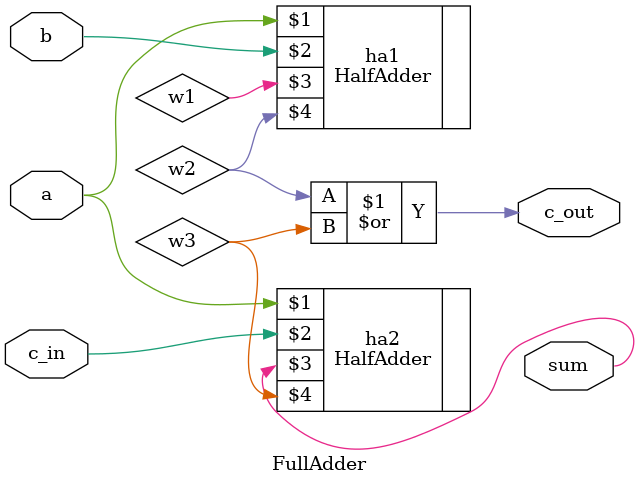
<source format=v>


module FullAdder(a, b, c_in, sum, c_out);

	input a, b, c_in; 
	output sum, c_out;
	
	wire w1, w2, w3;
	
	HalfAdder ha1(a, b, w1, w2);
	HalfAdder ha2(a, c_in, sum, w3);
	
	or o1(c_out, w2, w3);

endmodule
	
</source>
